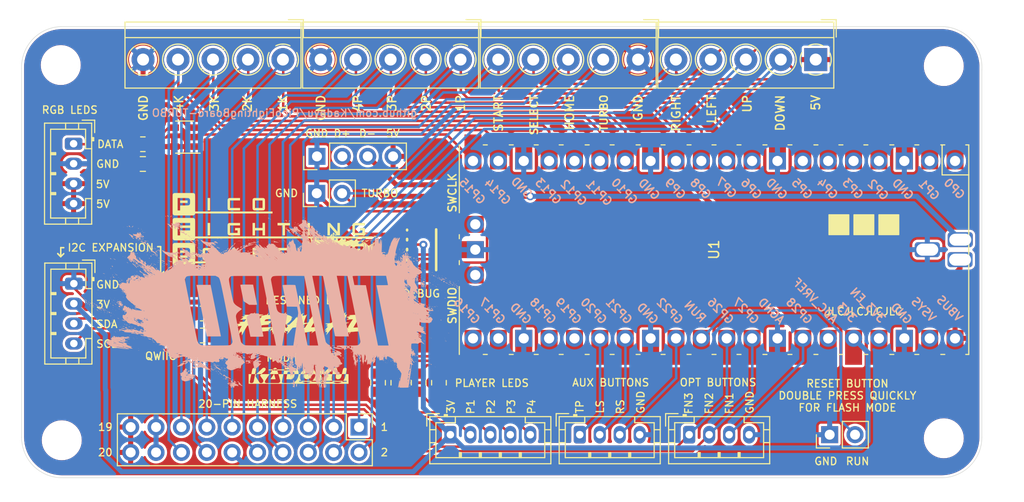
<source format=kicad_pcb>
(kicad_pcb (version 20211014) (generator pcbnew)
  (title_block (title "Pico Fighting Board TURBO") (date "2023-02-08"))
  (layers (0 "F.Cu" signal) (31 "B.Cu" signal) (34 "B.Paste" user) (35 "F.Paste" user) (36 "B.SilkS" user "B.Silkscreen") (37 "F.SilkS" user "F.Silkscreen") (38 "B.Mask" user) (39 "F.Mask" user) (44 "Edge.Cuts" user))
  (net 0 "")
  (net 2 "/GND")
  (net 3 "/5V")
  (net 4 "/UP")
  (net 5 "/DOWN")
  (net 6 "/RIGHT")
  (net 7 "/LEFT")
  (net 8 "/SELECT")
  (net 9 "/HOME")
  (net 10 "/START")
  (net 11 "/1P")
  (net 12 "/2P")
  (net 13 "/3P")
  (net 14 "/4P")
  (net 15 "/1K")
  (net 16 "/2K")
  (net 17 "/3K")
  (net 18 "/4K")
  (net 19 "/3V3")
  (net 20 "/TP")
  (net 21 "/LSB")
  (net 22 "/RSB")
  (net 23 "/SDA")
  (net 24 "/SCL")
  (net 25 "/PLED1")
  (net 26 "/PLED2")
  (net 27 "/PLED3")
  (net 28 "/PLED4")
  (net 29 "/RUN")
  (net 30 "/RGB")
  (net 31 "/RGB_DATA_5V")
  (net 32 "/SWDIO")
  (net 33 "/SWCLK")
  (net 34 "Net-(J1-Pad1)")
  (net 35 "Net-(J3-Pad2)")
  (net 36 "Net-(J3-Pad3)")
  (net 37 "Net-(J3-Pad4)")
  (net 38 "Net-(J3-Pad5)")
  (net 39 "/TURBO")
  (net 40 "/D+")
  (net 41 "/D-")
  (footprint "Resistor_SMD:R_0805_2012Metric" (layer "F.Cu") (at 143.129 114.935 -90)
    (fp_text reference "R3" hide)
    (fp_text value "330" hide)
  )
  (footprint "Resistor_SMD:R_0805_2012Metric" (layer "F.Cu") (at 145.161 114.935 -90)
    (fp_text reference "R4" hide)
    (fp_text value "330" hide)
  )
  (footprint "Resistor_SMD:R_0805_2012Metric" (layer "F.Cu") (at 139.065 114.935 -90)
    (fp_text reference "R1" hide)
    (fp_text value "330" hide)
  )
  (footprint "Resistor_SMD:R_0805_2012Metric" (layer "F.Cu") (at 141.097 114.935 -90)
    (fp_text reference "R2" hide)
    (fp_text value "330" hide)
  )
  (footprint "Resistor_SMD:R_0805_2012Metric" (layer "F.Cu") (at 115.5192 91.0336 180)
    (fp_text reference "R5" hide)
    (fp_text value "330")
  )
  (footprint "Connector_PinHeader_2.54mm:PinHeader_1x02_P2.54mm_Vertical" (layer "F.Cu") (at 184.277 120.142 90)
    (fp_text reference "J10" hide)
    (fp_text value "Conn_01x02_Male")
  )
  (footprint "Package_TO_SOT_SMD:SOT-23-5" (layer "F.Cu") (at 119.7 90.3224 180)
    (fp_text reference "U2" hide)
    (fp_text value "SN74LV1T34DBV" hide)
  )
  (footprint "Capacitor_SMD:C_0805_2012Metric" (layer "F.Cu") (at 115.5192 93.0148)
    (fp_text reference "C1" hide)
    (fp_text value "0.1uF")
  )
  (footprint "Resistor_SMD:R_0805_2012Metric" (layer "F.Cu") (at 121.5 110.2 180)
    (fp_text reference "R6" hide)
    (fp_text value "4.7k")
  )
  (footprint "Resistor_SMD:R_0805_2012Metric" (layer "F.Cu") (at 121.5 108 180)
    (fp_text reference "R7" hide)
    (fp_text value "4.7k")
  )
  (footprint "Connector_PinHeader_2.54mm:PinHeader_2x10_P2.54mm_Vertical" (layer "F.Cu") (at 137.16 119.38 -90)
    (fp_text reference "J2" hide)
    (fp_text value "Conn_02x10_Odd_Even" hide)
  )
  (footprint "Connector_JST:JST_PH_B4B-PH-K_1x04_P2.00mm_Vertical" (layer "F.Cu") (at 108.585 90.9828 -90)
    (fp_text reference "J1" hide)
    (fp_text value "Conn_01x04_Male")
  )
  (footprint "Connector_JST:JST_PH_B5B-PH-K_1x05_P2.00mm_Vertical" (layer "F.Cu") (at 146.304 120.142)
    (fp_text reference "J3" hide)
    (fp_text value "Conn_01x05_Male")
  )
  (footprint "Connector_JST:JST_PH_B4B-PH-K_1x04_P2.00mm_Vertical" (layer "F.Cu") (at 159.258 120.142)
    (fp_text reference "J4" hide)
    (fp_text value "Conn_01x04_Male")
  )
  (footprint "TerminalBlock_MetzConnect:TerminalBlock_MetzConnect_Type059_RT06305HBWC_1x05_P3.50mm_Horizontal" (layer "F.Cu") (at 129.54 82.55 180)
    (fp_text reference "J5" hide)
    (fp_text value "ST01x05")
  )
  (footprint "TerminalBlock_MetzConnect:TerminalBlock_MetzConnect_Type059_RT06305HBWC_1x05_P3.50mm_Horizontal" (layer "F.Cu") (at 147.32 82.55 180)
    (fp_text reference "J6" hide)
    (fp_text value "ST01x05")
  )
  (footprint "TerminalBlock_MetzConnect:TerminalBlock_MetzConnect_Type059_RT06305HBWC_1x05_P3.50mm_Horizontal" (layer "F.Cu") (at 165.1 82.55 180)
    (fp_text reference "J7" hide)
    (fp_text value "ST01x05")
  )
  (footprint "TerminalBlock_MetzConnect:TerminalBlock_MetzConnect_Type059_RT06305HBWC_1x05_P3.50mm_Horizontal" (layer "F.Cu") (at 182.88 82.55 180)
    (fp_text reference "J8" hide)
    (fp_text value "ST01x05")
  )
  (footprint "Connector_JST:JST_PH_B4B-PH-K_1x04_P2.00mm_Vertical" (layer "F.Cu") (at 170.212 120.142)
    (fp_text reference "J11" hide)
    (fp_text value "Conn_01x04_Male")
  )
  (footprint "Connector_JST:JST_PH_B4B-PH-K_1x04_P2.00mm_Vertical" (layer "F.Cu") (at 108.6104 105.0036 -90)
    (fp_text reference "J12" hide)
    (fp_text value "Conn_01x04_Male")
  )
  (footprint "MountingHole:MountingHole_3.5mm" (layer "F.Cu") (at 107.3 83.1)
    (fp_text reference "H1")
    (fp_text value "MountingHole")
  )
  (footprint "MountingHole:MountingHole_3.5mm" (layer "F.Cu") (at 107.4 120.7)
    (fp_text reference "H3")
    (fp_text value "MountingHole")
  )
  (footprint "MountingHole:MountingHole_3.5mm" (layer "F.Cu") (at 195.7 120.5)
    (fp_text reference "H4")
    (fp_text value "MountingHole")
  )
  (footprint "MountingHole:MountingHole_3.5mm" (layer "F.Cu") (at 195.7 83.2)
    (fp_text reference "H2")
    (fp_text value "MountingHole")
  )
  (footprint "FeralAI:BOOM_SH_C145961_1x04_P1.00mm_Vertical" (layer "F.Cu") (at 116.332 108.0008 90)
    (fp_text reference "J9" hide)
    (fp_text value "Conn_01x04_Male" hide)
  )
  (footprint "FeralAI:BOOM_SH_C145961_1x04_P1.00mm_Vertical" (layer "F.Cu") (at 142.5575 101.6 90)
    (fp_text reference "J13" hide)
    (fp_text value "Conn_01x04_Male" hide)
  )
  (footprint "FeralAI:FeralAI" (layer "F.Cu") (at 131.5 108.98)
    (fp_text reference "G***" hide)
    (fp_text value "LOGO" hide)
  )
  (footprint "Raspberry_Pico:RPi_Pico_SMD_TH_TP" (layer "F.Cu") (at 172.7 101.6 -90)
    (fp_text reference "U1")
    (fp_text value "Pico")
  )
  (footprint "Connector_PinHeader_2.54mm:PinHeader_1x04_P2.54mm_Vertical" (layer "F.Cu") (at 132.95 92.25 90)
    (fp_text reference "J15" hide)
    (fp_text value "Conn_01x04_Male")
  )
  (footprint "LOGO" (layer "F.Cu") (at 128.5 99.546645)
    (fp_text reference "G***" hide)
    (fp_text value "LOGO" hide)
  )
  (footprint "Connector_PinHeader_2.54mm:PinHeader_1x02_P2.54mm_Vertical" (layer "F.Cu") (at 132.925 95.95 90)
    (fp_text reference "J14" hide)
    (fp_text value "Conn_01x02_Male")
  )
  (footprint "Icon:KADOYU" (layer "F.Cu") (at 131.105773 114.175099)
    (fp_text reference "G***" hide)
    (fp_text value "LOGO" hide)
  )
  (footprint "LOGO" (layer "B.Cu") (at 128.5 106.787338 180)
    (fp_text reference "G***" hide)
    (fp_text value "LOGO" hide)
  )
  (gr_line (start 107 102) (end 107.3 102.3) (layer "F.SilkS") (width 0.15))
  (gr_line (start 117 103.8) (end 117.3 104.2) (layer "F.SilkS") (width 0.15))
  (gr_line (start 117.6 103.8) (end 117.3 104.2) (layer "F.SilkS") (width 0.15))
  (gr_line (start 107.6 101.4) (end 107.3 101.4) (layer "F.SilkS") (width 0.15))
  (gr_line (start 117.3 101.3) (end 117.3 104.2) (layer "F.SilkS") (width 0.15))
  (gr_rect (start 184.2 98.1) (end 186.2 100.1) (layer "F.SilkS") (width 0.1) (fill solid))
  (gr_line (start 107.3 102.3) (end 107 102) (layer "F.SilkS") (width 0.15))
  (gr_line (start 117 101.3) (end 117.3 101.3) (layer "F.SilkS") (width 0.15))
  (gr_line (start 117.3 104.2) (end 117 103.8) (layer "F.SilkS") (width 0.15))
  (gr_line (start 107.3 102.3) (end 107.6 102) (layer "F.SilkS") (width 0.15))
  (gr_rect (start 186.7 98.1) (end 188.7 100.1) (layer "F.SilkS") (width 0.1) (fill solid))
  (gr_line (start 107.3 101.4) (end 107.3 102.3) (layer "F.SilkS") (width 0.15))
  (gr_rect (start 189.2 98.1) (end 191.2 100.1) (layer "F.SilkS") (width 0.1) (fill solid))
  (gr_arc (start 107.442 124.46) (mid 104.568318 123.269682) (end 103.378 120.396) (layer "Edge.Cuts") (width 0.05))
  (gr_line (start 103.378 120.396) (end 103.378 83.439) (layer "Edge.Cuts") (width 0.05))
  (gr_line (start 195.453 124.46) (end 107.442 124.46) (layer "Edge.Cuts") (width 0.05))
  (gr_line (start 107.315 79.248) (end 195.707 79.248) (layer "Edge.Cuts") (width 0.05))
  (gr_arc (start 103.378 83.439) (mid 104.478515 80.528121) (end 107.315 79.248) (layer "Edge.Cuts") (width 0.05))
  (gr_arc (start 195.707 79.248) (mid 198.506287 80.617923) (end 199.517 83.566) (layer "Edge.Cuts") (width 0.05))
  (gr_line (start 199.517 83.566) (end 199.517 120.396) (layer "Edge.Cuts") (width 0.05))
  (gr_arc (start 199.517 120.396) (mid 198.326682 123.269682) (end 195.453 124.46) (layer "Edge.Cuts") (width 0.05))
  (gr_text "github.com/Kadoyu/PicoFightingBoard-TURBO" (at 129.7 87.9) (layer "B.SilkS") (effects (font (size 0.75 0.75) (thickness 0.125)) (justify mirror)))
  (gr_text "1" (at 139.7 119.38) (layer "F.SilkS") (effects (font (size 0.75 0.75) (thickness 0.125))))
  (gr_text "2" (at 139.7 121.92) (layer "F.SilkS") (effects (font (size 0.75 0.75) (thickness 0.125))))
  (gr_text "20" (at 111.76 121.92) (layer "F.SilkS") (effects (font (size 0.75 0.75) (thickness 0.125))))
  (gr_text "19" (at 111.76 119.38) (layer "F.SilkS") (effects (font (size 0.75 0.75) (thickness 0.125))))
  (gr_text "START" (at 151.13 87.9475 90) (layer "F.SilkS") (effects (font (size 0.85 0.85))))
  (gr_text "GND" (at 183.896 122.809) (layer "F.SilkS") (effects (font (size 0.75 0.75) (thickness 0.125))))
  (gr_text "SELECT" (at 154.686 88.105833 90) (layer "F.SilkS") (effects (font (size 0.75 0.75))))
  (gr_text "SDA" (at 111.917857 109.0676) (layer "F.SilkS") (effects (font (size 0.75 0.75) (thickness 0.125))))
  (gr_text "I2C EXPANSION" (at 112.3 101.4) (layer "F.SilkS") (effects (font (size 0.75 0.75) (thickness 0.125))))
  (gr_text "UP" (at 176.022 86.976071 90) (layer "F.SilkS") (effects (font (size 0.85 0.85))))
  (gr_text "DOWN" (at 179.324 87.907024 90) (layer "F.SilkS") (effects (font (size 0.85 0.85))))
  (gr_text "4P" (at 137.033 86.935595 90) (layer "F.SilkS") (effects (font (size 0.85 0.85))))
  (gr_text "3V" (at 111.542857 107.0864) (layer "F.SilkS") (effects (font (size 0.75 0.75) (thickness 0.125))))
  (gr_text "3V" (at 146.3548 117.3445 90) (layer "F.SilkS") (effects (font (size 0.75 0.75) (thickness 0.125))))
  (gr_text "FN2" (at 172.212 117.0016 90) (layer "F.SilkS") (effects (font (size 0.75 0.75) (thickness 0.125))))
  (gr_text "GND" (at 165.354 116.8873 90) (layer "F.SilkS") (effects (font (size 0.75 0.75) (thickness 0.125))))
  (gr_text "5V" (at 111.524543 97.028) (layer "F.SilkS") (effects (font (size 0.75 0.75) (thickness 0.125))))
  (gr_text "GND" (at 129.9 95.95) (layer "F.SilkS") (effects (font (size 0.75 0.75) (thickness 0.125))))
  (gr_text "SCL" (at 111.9 111.0488) (layer "F.SilkS") (effects (font (size 0.75 0.75) (thickness 0.125))))
  (gr_text "P3" (at 152.4 117.3445 90) (layer "F.SilkS") (effects (font (size 0.75 0.75) (thickness 0.125))))
  (gr_text "PLAYER LEDS" (at 150.4569 114.9731) (layer "F.SilkS") (effects (font (size 0.75 0.75) (thickness 0.125))))
  (gr_text "GND" (at 165.1 87.401071 90) (layer "F.SilkS") (effects (font (size 0.85 0.85))))
  (gr_text "RS" (at 163.322 117.3445 90) (layer "F.SilkS") (effects (font (size 0.75 0.75) (thickness 0.125))))
  (gr_text "1K" (at 129.54 86.935595 90) (layer "F.SilkS") (effects (font (size 0.85 0.85))))
  (gr_text "20-PIN HARNESS" (at 126.0221 117.0559) (layer "F.SilkS") (effects (font (size 0.75 0.75) (thickness 0.125))))
  (gr_text "DEBUG" (at 143.4 106) (layer "F.SilkS") (effects (font (size 0.75 0.75) (thickness 0.125))))
  (gr_text "GND" (at 133.35 87.401071 90) (layer "F.SilkS") (effects (font (size 0.85 0.85))))
  (gr_text "FN3" (at 170.1673 117.0016 90) (layer "F.SilkS") (effects (font (size 0.75 0.75) (thickness 0.125))))
  (gr_text "RUN" (at 187.071 122.809) (layer "F.SilkS") (effects (font (size 0.75 0.75) (thickness 0.125))))
  (gr_text "TP" (at 159.258 117.3445 90) (layer "F.SilkS") (effects (font (size 0.75 0.75) (thickness 0.125))))
  (gr_text "LS" (at 161.29 117.3445 90) (layer "F.SilkS") (effects (font (size 0.75 0.75) (thickness 0.125))))
  (gr_text "RIGHT" (at 168.91 87.927262 90) (layer "F.SilkS") (effects (font (size 0.85 0.85))))
  (gr_text "RGB LEDS" (at 108.2 87.6) (layer "F.SilkS") (effects (font (size 0.75 0.75) (thickness 0.125))))
  (gr_text "P1" (at 148.336 117.3445 90) (layer "F.SilkS") (effects (font (size 0.75 0.75) (thickness 0.125))))
  (gr_text "GND" (at 112.007143 105.1052) (layer "F.SilkS") (effects (font (size 0.75 0.75) (thickness 0.125))))
  (gr_text "LEFT" (at 172.466 87.5225 90) (layer "F.SilkS") (effects (font (size 0.85 0.85))))
  (gr_text "TURBO" (at 161.671 87.9 90) (layer "F.SilkS") (effects (font (size 0.75 0.75))))
  (gr_text "3P" (at 140.462 86.935595 90) (layer "F.SilkS") (effects (font (size 0.85 0.85))))
  (gr_text "P2" (at 150.368 117.3445 90) (layer "F.SilkS") (effects (font (size 0.75 0.75) (thickness 0.125))))
  (gr_text "GND" (at 176.276 116.9 90) (layer "F.SilkS") (effects (font (size 0.75 0.75) (thickness 0.125))))
  (gr_text "RESET BUTTON\nDOUBLE PRESS QUICKLY\nFOR FLASH MODE" (at 186.055 116.2304) (layer "F.SilkS") (effects (font (size 0.75 0.75) (thickness 0.125))))
  (gr_text "MODIFIED BY" (at 131.453591 112.436684) (layer "F.SilkS") (effects (font (size 0.75 0.75) (thickness 0.125))))
  (gr_text "HOME" (at 158.242 87.866548 90) (layer "F.SilkS") (effects (font (size 0.85 0.85))))
  (gr_text "3K" (at 122.682 86.935595 90) (layer "F.SilkS") (effects (font (size 0.85 0.85))))
  (gr_text "2K" (at 125.984 86.935595 90) (layer "F.SilkS") (effects (font (size 0.85 0.85))))
  (gr_text "DESIGNED BY" (at 131.502522 106.68) (layer "F.SilkS") (effects (font (size 0.75 0.75) (thickness 0.125))))
  (gr_text "GND" (at 112.007143 93.0148) (layer "F.SilkS") (effects (font (size 0.75 0.75) (thickness 0.125))))
  (gr_text "JLCJLCJLCJLC" (at 187.7 107.8) (layer "F.SilkS") (effects (font (size 0.75 0.75) (thickness 0.125))))
  (gr_text "QWIIC" (at 117.3 112.268) (layer "F.SilkS") (effects (font (size 0.75 0.75) (thickness 0.125))))
  (gr_text "GND" (at 115.57 87.401071 90) (layer "F.SilkS") (effects (font (size 0.85 0.85))))
  (gr_text "FN1" (at 174.244 117.0016 90) (layer "F.SilkS") (effects (font (size 0.75 0.75) (thickness 0.125))))
  (gr_text "\nDATA" (at 112.261143 90.424) (layer "F.SilkS") (effects (font (size 0.75 0.75) (thickness 0.125))))
  (gr_text "AUX BUTTONS" (at 162.3568 114.9223) (layer "F.SilkS") (effects (font (size 0.75 0.75) (thickness 0.125))))
  (gr_text "P4" (at 154.432 117.3445 90) (layer "F.SilkS") (effects (font (size 0.75 0.75) (thickness 0.125))))
  (gr_text "OPT BUTTONS" (at 173.101 114.9096) (layer "F.SilkS") (effects (font (size 0.75 0.75) (thickness 0.125))))
  (gr_text "TURBO" (at 139.25 95.95) (layer "F.SilkS") (effects (font (size 0.75 0.75) (thickness 0.125))))
  (gr_text "1P" (at 147.32 86.935595 90) (layer "F.SilkS") (effects (font (size 0.85 0.85))))
  (gr_text "5V" (at 111.499143 95.0468) (layer "F.SilkS") (effects (font (size 0.75 0.75) (thickness 0.125))))
  (gr_text "4K" (at 119.126 86.935595 90) (layer "F.SilkS") (effects (font (size 0.85 0.85))))
  (gr_text "5V" (at 182.88 86.874881 90) (layer "F.SilkS") (effects (font (size 0.85 0.85))))
  (gr_text "2P" (at 143.891 86.935595 90) (layer "F.SilkS") (effects (font (size 0.85 0.85))))
  (segment (start 141.6335 100.093) (end 141.7755 100.235) (width 0.25) (layer "F.Cu") (net 2))
  (segment (start 132.925 95.95) (end 137.068 100.093) (width 0.4) (layer "F.Cu") (net 2))
  (segment (start 143.935 100.235) (end 145.3 101.6) (width 0.25) (layer "F.Cu") (net 2))
  (segment (start 120.8 89.3724) (end 120.2768 89.3724) (width 0.5) (layer "F.Cu") (net 2))
  (segment (start 115.54 82.55) (end 115.54 87.074) (width 0.5) (layer "F.Cu") (net 2))
  (segment (start 114.5692 93.0148) (end 108.617 93.0148) (width 0.5) (layer "F.Cu") (net 2))
  (segment (start 109.690761 106.5008) (end 108.6104 105.420439) (width 0.25) (layer "F.Cu") (net 2))
  (segment (start 108.6104 105.420439) (end 108.6104 105.0036) (width 0.25) (layer "F.Cu") (net 2))
  (segment (start 120.2768 89.3724) (end 117.9784 87.074) (width 0.5) (layer "F.Cu") (net 2))
  (segment (start 109.690761 106.5008) (end 115.401 106.5008) (width 0.25) (layer "F.Cu") (net 2))
  (segment (start 108.617 93.0148) (end 108.585 92.9828) (width 0.5) (layer "F.Cu") (net 2))
  (segment (start 137.068 100.093) (end 141.6335 100.093) (width 0.4) (layer "F.Cu") (net 2))
  (segment (start 141.7755 100.235) (end 143.935 100.235) (width 0.25) (layer "F.Cu") (net 2))
  (segment (start 115.54 87.074) (end 117.9784 87.074) (width 0.5) (layer "F.Cu") (net 2))
  (segment (start 145.3 101.6) (end 148.8 101.6) (width 0.25) (layer "F.Cu") (net 2))
  (segment (start 115.401 106.5008) (end 115.408 106.4938) (width 0.25) (layer "F.Cu") (net 2))
  (segment (start 124.46 121.92) (end 125.5268 122.9868) (width 0.5) (layer "B.Cu") (net 2))
  (segment (start 194.31 92.71) (end 194.31 89.8652) (width 0.25) (layer "F.Cu") (net 4))
  (segment (start 177.6072 80.8228) (end 175.88 82.55) (width 0.25) (layer "F.Cu") (net 4))
  (segment (start 185.2676 80.8228) (end 177.6072 80.8228) (width 0.25) (layer "F.Cu") (net 4))
  (segment (start 194.31 89.8652) (end 185.2676 80.8228) (width 0.25) (layer "F.Cu") (net 4))
  (segment (start 169.418 88.9508) (end 149.1992 88.9508) (width 0.25) (layer "B.Cu") (net 4))
  (segment (start 175.8188 82.55) (end 169.418 88.9508) (width 0.25) (layer "B.Cu") (net 4))
  (segment (start 175.91 82.55) (end 175.8188 82.55) (width 0.25) (layer "B.Cu") (net 4))
  (segment (start 137.16 100.99) (end 137.16 119.38) (width 0.25) (layer "B.Cu") (net 4))
  (segment (start 149.1992 88.9508) (end 137.16 100.99) (width 0.25) (layer "B.Cu") (net 4))
  (segment (start 179.38 82.55) (end 179.70641 82.55) (width 0.25) (layer "F.Cu") (net 5))
  (segment (start 181.48441 84.328) (end 183.6928 84.328) (width 0.25) (layer "F.Cu") (net 5))
  (segment (start 189.23 89.8652) (end 189.23 92.71) (width 0.25) (layer "F.Cu") (net 5))
  (segment (start 179.70641 82.55) (end 181.48441 84.328) (width 0.25) (layer "F.Cu") (net 5))
  (segment (start 183.6928 84.328) (end 189.23 89.8652) (width 0.25) (layer "F.Cu") (net 5))
  (segment (start 179.41 82.55) (end 179.6288 82.55) (width 0.25) (layer "F.Cu") (net 5))
  (segment (start 179.41 82.55) (end 179.41 82.6164) (width 0.25) (layer "B.Cu") (net 5))
  (segment (start 172.5168 89.5096) (end 149.6904 89.5096) (width 0.25) (layer "B.Cu") (net 5))
  (segment (start 149.6904 89.5096) (end 138.45 100.75) (width 0.25) (layer "B.Cu") (net 5))
  (segment (start 138.45 100.75) (end 138.45 120.63) (width 0.25) (layer "B.Cu") (net 5))
  (segment (start 138.45 120.63) (end 137.16 121.92) (width 0.25) (layer "B.Cu") (net 5))
  (segment (start 179.41 82.6164) (end 172.5168 89.5096) (width 0.25) (layer "B.Cu") (net 5))
  (segment (start 168.91 83.877998) (end 169.563202 84.5312) (width 0.25) (layer "F.Cu") (net 6))
  (segment (start 169.563202 84.5312) (end 180.2892 84.5312) (width 0.25) (layer "F.Cu") (net 6))
  (segment (start 186.69 89.662) (end 181.864 84.836) (width 0.25) (layer "F.Cu") (net 6))
  (segment (start 186.69 92.71) (end 186.69 89.662) (width 0.25) (layer "F.Cu") (net 6))
  (segment (start 180.2892 84.5312) (end 180.6956 84.5312) (width 0.25) (layer "F.Cu") (net 6))
  (segment (start 181.864 84.836) (end 181.0004 84.836) (width 0.25) (layer "F.Cu") (net 6))
  (segment (start 181.0004 84.836) (end 180.6956 84.5312) (width 0.25) (layer "F.Cu") (net 6))
  (segment (start 168.91 82.55) (end 168.91 83.877998) (width 0.25) (layer "F.Cu") (net 6))
  (segment (start 148.266 87.884) (end 134.62 101.53) (width 0.25) (layer "B.Cu") (net 6))
  (segment (start 168.91 82.7024) (end 163.7284 87.884) (width 0.25) (layer "B.Cu") (net 6))
  (segment (start 163.7284 87.884) (end 148.266 87.884) (width 0.25) (layer "B.Cu") (net 6))
  (segment (start 134.62 101.53) (end 134.62 119.38) (width 0.25) (layer "B.Cu") (net 6))
  (segment (start 168.91 82.55) (end 168.91 82.7024) (width 0.25) (layer "B.Cu") (net 6))
  (segment (start 196.85 92.71) (end 196.85 89.7128) (width 0.25) (layer "F.Cu") (net 7))
  (segment (start 174.55721 80.37279) (end 172.38 82.55) (width 0.25) (layer "F.Cu") (net 7))
  (segment (start 196.85 89.7128) (end 187.50999 80.37279) (width 0.25) (layer "F.Cu") (net 7))
  (segment (start 187.50999 80.37279) (end 174.55721 80.37279) (width 0.25) (layer "F.Cu") (net 7))
  (segment (start 148.758 88.392) (end 135.795 101.355) (width 0.25) (layer "B.Cu") (net 7))
  (segment (start 135.795 120.745) (end 134.62 121.92) (width 0.25) (layer "B.Cu") (net 7))
  (segment (start 172.41 82.55) (end 172.41 82.5552) (width 0.25) (layer "B.Cu") (net 7))
  (segment (start 166.5732 88.392) (end 148.758 88.392) (width 0.25) (layer "B.Cu") (net 7))
  (segment (start 172.41 82.5552) (end 166.5732 88.392) (width 0.25) (layer "B.Cu") (net 7))
  (segment (start 135.795 101.355) (end 135.795 120.745) (width 0.25) (layer "B.Cu") (net 7))
  (segment (start 181.61 89.7128) (end 177.3936 85.4964) (width 0.25) (layer "F.Cu") (net 8))
  (segment (start 154.63 84.939598) (end 154.63 82.55) (width 0.25) (layer "F.Cu") (net 8))
  (segment (start 177.3936 85.4964) (end 155.186802 85.4964) (width 0.25) (layer "F.Cu") (net 8))
  (segment (start 155.186802 85.4964) (end 154.63 84.939598) (width 0.25) (layer "F.Cu") (net 8))
  (segment (start 181.61 92.71) (end 181.61 89.7128) (width 0.25) (layer "F.Cu") (net 8))
  (segment (start 145.916 86.534) (end 150.616 86.534) (width 0.25) (layer "B.Cu") (net 8))
  (segment (start 143.15 89.3) (end 145.916 86.534) (width 0.25) (layer "B.Cu") (net 8))
  (segment (start 132.08 101.13) (end 130.265 99.315) (width 0.25) (layer "B.Cu") (net 8))
  (segment (start 132.1 89.3) (end 143.15 89.3) (width 0.25) (layer "B.Cu") (net 8))
  (segment (start 132.08 119.38) (end 132.08 101.13) (width 0.25) (layer "B.Cu") (net 8))
  (segment (start 130.265 99.315) (end 130.265 91.135) (width 0.25) (layer "B.Cu") (net 8))
  (segment (start 150.616 86.534) (end 154.6 82.55) (width 0.25) (layer "B.Cu") (net 8))
  (segment (start 130.265 91.135) (end 132.1 89.3) (width 0.25) (layer "B.Cu") (net 8))
  (segment (start 184.15 89.7128) (end 179.4256 84.9884) (width 0.25) (layer "F.Cu") (net 9))
  (segment (start 179.4256 84.9884) (end 158.692002 84.9884) (width 0.25) (layer "F.Cu") (net 9))
  (segment (start 158.13 84.426398) (end 158.13 82.55) (width 0.25) (layer "F.Cu") (net 9))
  (segment (start 158.692002 84.9884) (end 158.13 84.426398) (width 0.25) (layer "F.Cu") (net 9))
  (segment (start 184.15 92.71) (end 184.15 89.7128) (width 0.25) (layer "F.Cu") (net 9))
  (segment (start 153.666 86.984) (end 158.1 82.55) (width 0.25) (layer "B.Cu") (net 9))
  (segment (start 143.4 90) (end 146.416 86.984) (width 0.25) (layer "B.Cu") (net 9))
  (segment (start 133.3 100.75) (end 131.6 99.05) (width 0.25) (layer "B.Cu") (net 9))
  (segment (start 132.08 121.92) (end 133.3 120.7) (width 0.25) (layer "B.Cu") (net 9))
  (segment (start 132.4 90) (end 143.4 90) (width 0.25) (layer "B.Cu") (net 9))
  (segment (start 133.3 120.7) (end 133.3 100.75) (width 0.25) (layer "B.Cu") (net 9))
  (segment (start 146.416 86.984) (end 153.666 86.984) (width 0.25) (layer "B.Cu") (net 9))
  (segment (start 131.6 99.05) (end 131.6 90.8) (width 0.25) (layer "B.Cu") (net 9))
  (segment (start 131.6 90.8) (end 132.4 90) (width 0.25) (layer "B.Cu") (net 9))
  (segment (start 151.13 85.655998) (end 151.13 82.55) (width 0.25) (layer "F.Cu") (net 10))
  (segment (start 176.53 89.7128) (end 172.7708 85.9536) (width 0.25) (layer "F.Cu") (net 10))
  (segment (start 151.427602 85.9536) (end 151.13 85.655998) (width 0.25) (layer "F.Cu") (net 10))
  (segment (start 176.53 92.71) (end 176.53 89.7128) (width 0.25) (layer "F.Cu") (net 10))
  (segment (start 172.7708 85.9536) (end 151.427602 85.9536) (width 0.25) (layer "F.Cu") (net 10))
  (segment (start 129.54 90.81) (end 131.7 88.65) (width 0.25) (layer "B.Cu") (net 10))
  (segment (start 147.8 85.85) (end 151.1 82.55) (width 0.25) (layer "B.Cu") (net 10))
  (segment (start 131.7 88.65) (end 142.8 88.65) (width 0.25) (layer "B.Cu") (net 10))
  (segment (start 142.8 88.65) (end 145.6 85.85) (width 0.25) (layer "B.Cu") (net 10))
  (segment (start 129.54 119.38) (end 129.54 90.81) (width 0.25) (layer "B.Cu") (net 10))
  (segment (start 145.6 85.85) (end 147.8 85.85) (width 0.25) (layer "B.Cu") (net 10))
  (segment (start 147.35 85.736798) (end 147.35 82.55) (width 0.25) (layer "F.Cu") (net 11))
  (segment (start 170.7388 86.4108) (end 148.024002 86.4108) (width 0.25) (layer "F.Cu") (net 11))
  (segment (start 148.024002 86.4108) (end 147.35 85.736798) (width 0.25) (layer "F.Cu") (net 11))
  (segment (start 173.99 89.662) (end 170.7388 86.4108) (width 0.25) (layer "F.Cu") (net 11))
  (segment (start 173.99 92.71) (end 173.99 89.662) (width 0.25) (layer "F.Cu") (net 11))
  (segment (start 147.32 82.55) (end 141.87 88) (width 0.25) (layer "B.Cu") (net 11))
  (segment (start 141.87 88) (end 131.25 88) (width 0.25) (layer "B.Cu") (net 11))
  (segment (start 128.2 120.58) (end 129.54 121.92) (width 0.25) (layer "B.Cu") (net 11))
  (segment (start 128.2 91.05) (end 128.2 120.58) (width 0.25) (layer "B.Cu") (net 11))
  (segment (start 131.25 88) (end 128.2 91.05) (width 0.25) (layer "B.Cu") (net 11))
  (segment (start 143.85 86.2936) (end 143.85 82.55) (width 0.25) (layer "F.Cu") (net 12))
  (segment (start 171.45 89.7128) (end 168.6052 86.868) (width 0.25) (layer "F.Cu") (net 12))
  (segment (start 144.4244 86.868) (end 143.85 86.2936) (width 0.25) (layer "F.Cu") (net 12))
  (segment (start 171.45 92.71) (end 171.45 89.7128) (width 0.25) (layer "F.Cu") (net 12))
  (segment (start 168.6052 86.868) (end 144.4244 86.868) (width 0.25) (layer "F.Cu") (net 12))
  (segment (start 130.8 87.4) (end 138.97 87.4) (width 0.25) (layer "B.Cu") (net 12))
  (segment (start 138.97 87.4) (end 143.82 82.55) (width 0.25) (layer "B.Cu") (net 12))
  (segment (start 127 119.38) (end 127 91.2) (width 0.25) (layer "B.Cu") (net 12))
  (segment (start 127 91.2) (end 130.8 87.4) (width 0.25) (layer "B.Cu") (net 12))
  (segment (start 140.35 86.915598) (end 140.759602 87.3252) (width 0.25) (layer "F.Cu") (net 13))
  (segment (start 168.91 89.7128) (end 166.5224 87.3252) (width 0.25) (layer "F.Cu") (net 13))
  (segment (start 140.35 82.55) (end 140.35 86.915598) (width 0.25) (layer "F.Cu") (net 13))
  (segment (start 166.5224 87.3252) (end 165.2524 87.3252) (width 0.25) (layer "F.Cu") (net 13))
  (segment (start 168.91 92.71) (end 168.91 89.7128) (width 0.25) (layer "F.Cu") (net 13))
  (segment (start 140.759602 87.3252) (end 165.2524 87.3252) (width 0.25) (layer "F.Cu") (net 13))
  (segment (start 125.635 91.465) (end 125.635 120.555) (width 0.25) (layer "B.Cu") (net 13))
  (segment (start 136.12 86.75) (end 130.35 86.75) (width 0.25) (layer "B.Cu") (net 13))
  (segment (start 130.35 86.75) (end 125.635 91.465) (width 0.25) (layer "B.Cu") (net 13))
  (segment (start 125.635 120.555) (end 127 121.92) (width 0.25) (layer "B.Cu") (net 13))
  (segment (start 140.32 82.55) (end 136.12 86.75) (width 0.25) (layer "B.Cu") (net 13))
  (segment (start 163.83 92.71) (end 163.83 89.7128) (width 0.25) (layer "F.Cu") (net 14))
  (segment (start 161.8996 87.7824) (end 137.610002 87.7824) (width 0.25) (layer "F.Cu") (net 14))
  (segment (start 163.83 89.7128) (end 161.8996 87.7824) (width 0.25) (layer "F.Cu") (net 14))
  (segment (start 137.610002 87.7824) (end 136.85 87.022398) (width 0.25) (layer "F.Cu") (net 14))
  (segment (start 136.85 87.022398) (end 136.85 82.55) (width 0.25) (layer "F.Cu") (net 14))
  (segment (start 133.22 86.15) (end 136.82 82.55) (width 0.25) (layer "B.Cu") (net 14))
  (segment (start 124.46 91.54) (end 129.85 86.15) (width 0.25) (layer "B.Cu") (net 14))
  (segment (start 124.46 119.38) (end 124.46 91.54) (width 0.25) (layer "B.Cu") (net 14))
  (segment (start 129.85 86.15) (end 133.22 86.15) (width 0.25) (layer "B.Cu") (net 14))
  (segment (start 129.57 87.5584) (end 130.2512 88.2396) (width 0.25) (layer "F.Cu") (net 15))
  (segment (start 129.57 82.55) (end 129.57 87.5584) (width 0.25) (layer "F.Cu") (net 15))
  (segment (start 161.29 89.7636) (end 159.766 88.2396) (width 0.25) (layer "F.Cu") (net 15))
  (segment (start 130.2512 88.2396) (end 158.5468 88.2396) (width 0.25) (layer "F.Cu") (net 15))
  (segment (start 159.766 88.2396) (end 158.5468 88.2396) (width 0.25) (layer "F.Cu") (net 15))
  (segment (start 161.29 92.71) (end 161.29 89.7636) (width 0.25) (layer "F.Cu") (net 15))
  (segment (start 129.57 82.774) (end 121.92 90.424) (width 0.25) (layer "B.Cu") (net 15))
  (segment (start 121.92 90.424) (end 121.92 119.38) (width 0.25) (layer "B.Cu") (net 15))
  (segment (start 129.57 82.55) (end 129.57 82.774) (width 0.25) (layer "B.Cu") (net 15))
  (segment (start 126.07 88.129598) (end 126.637202 88.6968) (width 0.25) (layer "F.Cu") (net 16))
  (segment (start 126.637202 88.6968) (end 157.6324 88.6968) (width 0.25) (layer "F.Cu") (net 16))
  (segment (start 157.6324 88.6968) (end 158.75 89.8144) (width 0.25) (layer "F.Cu") (net 16))
  (segment (start 158.75 89.8144) (end 158.75 92.71) (width 0.25) (layer "F.Cu") (net 16))
  (segment (start 126.07 82.55) (end 126.07 88.129598) (width 0.25) (layer "F.Cu") (net 16))
  (segment (start 126.07 82.6164) (end 120.65 88.0364) (width 0.25) (layer "B.Cu") (net 16))
  (segment (start 120.65 88.0364) (end 120.65 120.65) (width 0.25) (layer "B.Cu") (net 16))
  (segment (start 120.65 120.65) (end 121.92 121.92) (width 0.25) (layer "B.Cu") (net 16))
  (segment (start 126.07 82.55) (end 126.07 82.6164) (width 0.25) (layer "B.Cu") (net 16))
  (segment (start 122.57 82.55) (end 122.57 88.253202) (width 0.25) (layer "F.Cu") (net 17))
  (segment (start 122.57 88.253202) (end 123.470798 89.154) (width 0.25) (layer "F.Cu") (net 17))
  (segment (start 155.6004 89.154) (end 156.21 89.7636) (width 0.25) (layer "F.Cu") (net 17))
  (segment (start 156.21 89.7636) (end 156.21 92.71) (width 0.25) (layer "F.Cu") (net 17))
  (segment (start 123.470798 89.154) (end 155.6004 89.154) (width 0.25) (layer "F.Cu") (net 17))
  (segment (start 122.57 84.186) (end 119.38 87.376) (width 0.25) (layer "B.Cu") (net 17))
  (segment (start 122.57 82.58) (end 122.54 82.55) (width 0.25) (layer "B.Cu") (net 17))
  (segment (start 119.38 87.376) (end 119.38 119.38) (width 0.25) (layer "B.Cu") (net 17))
  (segment (start 122.57 84.186) (end 122.57 82.58) (width 0.25) (layer "B.Cu") (net 17))
  (segment (start 119.07 85.3896) (end 123.2916 89.6112) (width 0.25) (layer "F.Cu") (net 18))
  (segment (start 123.2916 89.6112) (end 149.7584 89.6112) (width 0.25) (layer "F.Cu") (net 18))
  (segment (start 149.7584 89.6112) (end 151.13 90.9828) (width 0.25) (layer "F.Cu") (net 18))
  (segment (start 151.13 90.9828) (end 151.13 92.71) (width 0.25) (layer "F.Cu") (net 18))
  (segment (start 119.07 82.55) (end 119.07 85.3896) (width 0.25) (layer "F.Cu") (net 18))
  (segment (start 119.07 82.55) (end 119.07 84.638) (width 0.25) (layer "B.Cu") (net 18))
  (segment (start 118.11 85.598) (end 118.11 120.65) (width 0.25) (layer "B.Cu") (net 18))
  (segment (start 119.07 84.638) (end 118.11 85.598) (width 0.25) (layer "B.Cu") (net 18))
  (segment (start 118.11 120.65) (end 119.38 121.92) (width 0.25) (layer "B.Cu") (net 18))
  (segment (start 108.6104 107.0036) (end 109.380375 107.0036) (width 0.5) (layer "F.Cu") (net 19))
  (segment (start 141.6335 101.093) (end 143.593 101.093) (width 0.25) (layer "F.Cu") (net 19))
  (segment (start 115.408 107.4938) (end 117.933598 107.4938) (width 0.5) (layer "F.Cu") (net 19))
  (segment (start 109.870575 107.4938) (end 115.408 107.4938) (width 0.5) (layer "F.Cu") (net 19))
  (segment (start 143.593 101.093) (end 143.6 101.1) (width 0.25) (layer "F.Cu") (net 19))
  (segment (start 117.933598 107.4938) (end 118.576918 106.85048) (width 0.5) (layer "F.Cu") (net 19))
  (segment (start 109.380375 107.0036) (end 109.870575 107.4938) (width 0.5) (layer "F.Cu") (net 19))
  (segment (start 122.4125 108) (end 122.4125 110.2) (width 0.5) (layer "F.Cu") (net 19))
  (segment (start 118.576918 106.85048) (end 121.26298 106.85048) (width 0.5) (layer "F.Cu") (net 19))
  (segment (start 121.26298 106.85048) (end 122.4125 108) (width 0.5) (layer "F.Cu") (net 19))
  (via (at 143.6 101.1) (size 0.8) (drill 0.4) (layers "F.Cu" "B.Cu") (net 19))
  (segment (start 188.117001 120.766001) (end 187.415992 121.46701) (width 0.5) (layer "B.Cu") (net 19))
  (segment (start 188.117001 111.917001) (end 188.117001 120.766001) (width 0.5) (layer "B.Cu") (net 19))
  (segment (start 147.62901 121.46701) (end 146.304 120.142) (width 0.5) (layer "B.Cu") (net 19))
  (segment (start 146.304 120.142) (end 143.6 117.438) (width 0.5) (layer "B.Cu") (net 19))
  (segment (start 111.76 115.6208) (end 111.76 110.1532) (width 0.5) (layer "B.Cu") (net 19))
  (segment (start 111.76 110.1532) (end 108.6104 107.0036) (width 0.5) (layer "B.Cu") (net 19))
  (segment (start 146.304 120.142) (end 143.225999 123.220001) (width 0.5) (layer "B.Cu") (net 19))
  (segment (start 113.3856 123.8504) (end 142.5956 123.8504) (width 0.5) (layer "B.Cu") (net 19))
  (segment (start 142.5956 123.8504) (end 143.225999 123.220001) (width 0.5) (layer "B.Cu") (net 19))
  (segment (start 186.69 110.49) (end 188.117001 111.917001) (width 0.5) (layer "B.Cu") (net 19))
  (segment (start 187.415992 121.46701) (end 147.62901 121.46701) (width 0.5) (layer "B.Cu") (net 19))
  (segment (start 143.6 117.438) (end 143.6 101.1) (width 0.5) (layer "B.Cu") (net 19))
  (segment (start 111.8108 122.2756) (end 113.3856 123.8504) (width 0.5) (layer "B.Cu") (net 19))
  (segment (start 111.8108 115.6716) (end 111.8108 122.2756) (width 0.5) (layer "B.Cu") (net 19))
  (segment (start 161.29 110.49) (end 161.29 118.11) (width 0.25) (layer "B.Cu") (net 20))
  (segment (start 161.29 118.11) (end 159.258 120.142) (width 0.25) (layer "B.Cu") (net 20))
  (segment (start 163.83 117.57) (end 161.258 120.142) (width 0.25) (layer "B.Cu") (net 21))
  (segment (start 163.83 110.49) (end 163.83 117.57) (width 0.25) (layer "B.Cu") (net 21))
  (segment (start 168.91 110.49) (end 168.91 114.49) (width 0.25) (layer "B.Cu") (net 22))
  (segment (start 168.91 114.49) (end 163.258 120.142) (width 0.25) (layer "B.Cu") (net 22))
  (segment (start 138.456401 117.754989) (end 138.456401 117.753991) (width 0.25) (layer "F.Cu") (net 23))
  (segment (start 137.84721 117.1448) (end 124.2568 117.1448) (width 0.25) (layer "F.Cu") (net 23))
  (segment (start 120.5875 108) (end 121.42452 108.83702) (width 0.25) (layer "F.Cu") (net 23))
  (segment (start 124.2568 117.1448) (end 124.24961 117.15199) (width 0.25) (layer "F.Cu") (net 23))
  (segment (start 121.42452 108.83702) (end 121.42452 114.3269) (width 0.25) (layer "F.Cu") (net 23))
  (segment (start 120.0937 108.4938) (end 120.5875 108) (width 0.25) (layer "F.Cu") (net 23))
  (segment (start 121.42452 114.3269) (end 124.24961 117.15199) (width 0.25) (layer "F.Cu") (net 23))
  (segment (start 108.6104 109.0036) (end 109.1202 108.4938) (width 0.25) (layer "F.Cu") (net 23))
  (segment (start 109.1132 108.5008) (end 108.6104 109.0036) (width 0.25) (layer "F.Cu") (net 23))
  (segment (start 109.1202 108.4938) (end 115.408 108.4938) (width 0.25) (layer "F.Cu") (net 23))
  (segment (start 115.408 108.4938) (end 120.0937 108.4938) (width 0.25) (layer "F.Cu") (net 23))
  (segment (start 170.212 120.142) (end 169.01199 121.34201) (width 0.25) (layer "F.Cu") (net 23))
  (segment (start 169.01199 121.34201) (end 142.043422 121.34201) (width 0.25) (layer "F.Cu") (net 23))
  (segment (start 142.043422 121.34201) (end 138.456401 117.754989) (width 0.25) (layer "F.Cu") (net 23))
  (segment (start 138.456401 117.753991) (end 137.84721 117.1448) (width 0.25) (layer "F.Cu") (net 23))
  (segment (start 173.99 110.49) (end 173.99 116.364) (width 0.25) (layer "B.Cu") (net 23))
  (segment (start 173.99 116.364) (end 170.212 120.142) (width 0.25) (layer "B.Cu") (net 23))
  (segment (start 172.212 120.142) (end 170.561981 121.792019) (width 0.25) (layer "F.Cu") (net 24))
  (segment (start 141.857021 121.792019) (end 138.006392 117.94139) (width 0.25) (layer "F.Cu") (net 24))
  (segment (start 115.408 109.4938) (end 119.8813 109.4938) (width 0.25) (layer "F.Cu") (net 24))
  (segment (start 120.5875 110.2) (end 120.5875 114.125598) (width 0.25) (layer "F.Cu") (net 24))
  (segment (start 124.063902 117.602) (end 137.668 117.602) (width 0.25) (layer "F.Cu") (net 24))
  (segment (start 170.561981 121.792019) (end 141.857021 121.792019) (width 0.25) (layer "F.Cu") (net 24))
  (segment (start 115.408 109.4938) (end 110.1202 109.4938) (width 0.25) (layer "F.Cu") (net 24))
  (segment (start 110.1202 109.4938) (end 108.6104 111.0036) (width 0.25) (layer "F.Cu") (net 24))
  (segment (start 120.5875 114.125598) (end 124.063902 117.602) (width 0.25) (layer "F.Cu") (net 24))
  (segment (start 138.006392 117.940392) (end 137.668 117.602) (width 0.25) (layer "F.Cu") (net 24))
  (segment (start 119.8813 109.4938) (end 120.5875 110.2) (width 0.25) (layer "F.Cu") (net 24))
  (segment (start 138.006392 117.94139) (end 138.006392 117.940392) (width 0.25) (layer "F.Cu") (net 24))
  (segment (start 176.53 110.49) (end 176.53 115.824) (width 0.25) (layer "B.Cu") (net 24))
  (segment (start 176.53 115.824) (end 172.212 120.142) (width 0.25) (layer "B.Cu") (net 24))
  (segment (start 148.59 110.49) (end 148.59 112.1156) (width 0.25) (layer "F.Cu") (net 25))
  (segment (start 146.952001 113.014991) (end 146.22198 112.28497) (width 0.25) (layer "F.Cu") (net 25))
  (segment (start 148.59 112.1156) (end 147.690609 113.014991) (width 0.25) (layer "F.Cu") (net 25))
  (segment (start 146.22198 112.28497) (end 140.80253 112.28497) (width 0.25) (layer "F.Cu") (net 25))
  (segment (start 140.80253 112.28497) (end 139.065 114.0225) (width 0.25) (layer "F.Cu") (net 25))
  (segment (start 147.690609 113.014991) (end 146.952001 113.014991) (width 0.25) (layer "F.Cu") (net 25))
  (segment (start 151.13 110.49) (end 151.13 112.035002) (width 0.25) (layer "F.Cu") (net 26))
  (segment (start 146.03558 112.73498) (end 142.38452 112.73498) (width 0.25) (layer "F.Cu") (net 26))
  (segment (start 151.13 112.035002) (end 149.700001 113.465001) (width 0.25) (layer "F.Cu") (net 26))
  (segment (start 149.700001 113.465001) (end 146.765601 113.465001) (width 0.25) (layer "F.Cu") (net 26))
  (segment (start 142.38452 112.73498) (end 141.097 114.0225) (width 0.25) (layer "F.Cu") (net 26))
  (segment (start 146.765601 113.465001) (end 146.03558 112.73498) (width 0.25) (layer "F.Cu") (net 26))
  (segment (start 143.96651 113.18499) (end 143.129 114.0225) (width 0.25) (layer "F.Cu") (net 27))
  (segment (start 154.329991 113.915011) (end 146.5792 113.91501) (width 0.25) (layer "F.Cu") (net 27))
  (segment (start 146.5792 113.91501) (end 145.84918 113.18499) (width 0.25) (layer "F.Cu") (net 27))
  (segment (start 156.21 112.035002) (end 154.329991 113.915011) (width 0.25) (layer "F.Cu") (net 27))
  (segment (start 156.21 112.0667) (end 156.21 110.49) (width 0.25) (layer "F.Cu") (net 27))
  (segment (start 145.84918 113.18499) (end 143.96651 113.18499) (width 0.25) (layer "F.Cu") (net 27))
  (segment (start 156.21 110.49) (end 156.21 112.035002) (width 0.25) (layer "F.Cu") (net 27))
  (segment (start 145.3661 114.0225) (end 145.708619 114.365019) (width 0.25) (layer "F.Cu") (net 28))
  (segment (start 158.75 112.035002) (end 156.419983 114.365019) (width 0.25) (layer "F.Cu") (net 28))
  (segment (start 145.161 114.0225) (end 145.3661 114.0225) (width 0.25) (layer "F.Cu") (net 28))
  (segment (start 156.419983 114.365019) (end 145.708619 114.365019) (width 0.25) (layer "F.Cu") (net 28))
  (segment (start 158.75 110.49) (end 158.75 112.035002) (width 0.25) (layer "F.Cu") (net 28))
  (segment (start 183.134 107.696) (end 185.4 109.962) (width 0.25) (layer "B.Cu") (net 29))
  (segment (start 185.4 118.725) (end 186.817 120.142) (width 0.25) (layer "B.Cu") (net 29))
  (segment (start 174.244 107.696) (end 183.134 107.696) (width 0.25) (layer "B.Cu") (net 29))
  (segment (start 185.4 109.962) (end 185.4 118.725) (width 0.25) (layer "B.Cu") (net 29))
  (segment (start 171.45 110.49) (end 174.244 107.696) (width 0.25) (layer "B.Cu") (net 29))
  (segment (start 121.0612 90.0612) (end 145.9412 90.0612) (width 0.25) (layer "F.Cu") (net 30))
  (segment (start 120.8 90.3224) (end 121.0612 90.0612) (width 0.25) (layer "F.Cu") (net 30))
  (segment (start 145.9412 90.0612) (end 148.59 92.71) (width 0.25) (layer "F.Cu") (net 30))
  (segment (start 118.0929 89.3724) (end 116.4317 91.0336) (width 0.25) (layer "F.Cu") (net 31))
  (segment (start 118.6 89.3724) (end 118.0929 89.3724) (width 0.25) (layer "F.Cu") (net 31))
  (segment (start 148.01 103.35) (end 145.763604 103.35) (width 0.25) (layer "F.Cu") (net 32))
  (segment (start 144.956604 102.543) (end 143.2 102.543) (width 0.25) (layer "F.Cu") (net 32))
  (segment (start 145.763604 103.35) (end 144.956604 102.543) (width 0.25) (layer "F.Cu") (net 32))
  (segment (start 143.2 102.543) (end 142.65 103.093) (width 0.25) (layer "F.Cu") (net 32))
  (segment (start 148.8 104.14) (end 148.01 103.35) (width 0.25) (layer "F.Cu") (net 32))
  (segment (start 142.65 103.093) (end 141.6335 103.093) (width 0.25) (layer "F.Cu") (net 32))
  (segment (start 141.6335 102.093) (end 145.143 102.093) (width 0.25) (layer "F.Cu") (net 33))
  (segment (start 149.85 102.9) (end 149.975 102.775) (width 0.25) (layer "F.Cu") (net 33))
  (segment (start 149.975 100.235) (end 148.8 99.06) (width 0.25) (layer "F.Cu") (net 33))
  (segment (start 145.143 102.093) (end 145.95 102.9) (width 0.25) (layer "F.Cu") (net 33))
  (segment (start 149.975 102.775) (end 149.975 100.235) (width 0.25) (layer "F.Cu") (net 33))
  (segment (start 145.95 102.9) (end 149.85 102.9) (width 0.25) (layer "F.Cu") (net 33))
  (segment (start 108.6358 91.0336) (end 108.585 90.9828) (width 0.25) (layer "F.Cu") (net 34))
  (segment (start 114.6067 91.0336) (end 108.6358 91.0336) (width 0.25) (layer "F.Cu") (net 34))
  (segment (start 141.5815 118.364) (end 146.526 118.364) (width 0.25) (layer "F.Cu") (net 35))
  (segment (start 139.065 115.8475) (end 141.5815 118.364) (width 0.25) (layer "F.Cu") (net 35))
  (segment (start 146.526 118.364) (end 148.304 120.142) (width 0.25) (layer "F.Cu") (net 35))
  (segment (start 143.16349 117.91399) (end 148.07599 117.91399) (width 0.25) (layer "F.Cu") (net 36))
  (segment (start 148.07599 117.91399) (end 150.304 120.142) (width 0.25) (layer "F.Cu") (net 36))
  (segment (start 141.097 115.8475) (end 143.16349 117.91399) (width 0.25) (layer "F.Cu") (net 36))
  (segment (start 143.129 115.8475) (end 144.74548 117.46398) (width 0.25) (layer "F.Cu") (net 37))
  (segment (start 144.74548 117.46398) (end 149.62598 117.46398) (width 0.25) (layer "F.Cu") (net 37))
  (segment (start 149.62598 117.46398) (end 152.304 120.142) (width 0.25) (layer "F.Cu") (net 37))
  (segment (start 151.17597 117.01397) (end 154.304 120.142) (width 0.25) (layer "F.Cu") (net 38))
  (segment (start 145.81497 117.01397) (end 151.17597 117.01397) (width 0.25) (layer "F.Cu") (net 38))
  (segment (start 145.161 116.36) (end 145.81497 117.01397) (width 0.25) (layer "F.Cu") (net 38))
  (segment (start 145.161 115.8475) (end 145.161 116.36) (width 0.25) (layer "F.Cu") (net 38))
  (segment (start 137.265 97.75) (end 135.465 95.95) (width 0.25) (layer "F.Cu") (net 39))
  (segment (start 168.85 97.75) (end 137.265 97.75) (width 0.25) (layer "F.Cu") (net 39))
  (segment (start 181.59 110.49) (end 168.85 97.75) (width 0.25) (layer "F.Cu") (net 39))
  (segment (start 181.61 110.49) (end 181.61 112.744) (width 0.25) (layer "B.Cu") (net 39))
  (segment (start 156.716 87.434) (end 147.666 87.434) (width 0.25) (layer "B.Cu") (net 39))
  (segment (start 147.666 87.434) (end 139.15 95.95) (width 0.25) (layer "B.Cu") (net 39))
  (segment (start 161.6 82.55) (end 156.716 87.434) (width 0.25) (layer "B.Cu") (net 39))
  (segment (start 181.61 112.744) (end 174.212 120.142) (width 0.25) (layer "B.Cu") (net 39))
  (segment (start 139.15 95.95) (end 135.465 95.95) (width 0.25) (layer "B.Cu") (net 39))
  (segment (start 139.49 96.25) (end 135.49 92.25) (width 0.5) (layer "F.Cu") (net 40))
  (segment (start 154.3 96.25) (end 139.49 96.25) (width 0.5) (layer "F.Cu") (net 40))
  (via (at 154.3 96.25) (size 0.8) (drill 0.5) (layers "F.Cu" "B.Cu") (net 40))
  (segment (start 154.3 96.25) (end 193 96.25) (width 0.5) (layer "B.Cu") (net 40))
  (segment (start 193 96.25) (end 197.35 100.6) (width 0.5) (layer "B.Cu") (net 40))
  (segment (start 197.33 103.47) (end 197.33 102.6) (width 0.5) (layer "F.Cu") (net 41))
  (segment (start 170.5 95.1) (end 179.6 104.2) (width 0.5) (layer "F.Cu") (net 41))
  (segment (start 140.88 95.1) (end 170.5 95.1) (width 0.5) (layer "F.Cu") (net 41))
  (segment (start 138.03 92.25) (end 140.88 95.1) (width 0.5) (layer "F.Cu") (net 41))
  (segment (start 179.6 104.2) (end 196.6 104.2) (width 0.5) (layer "F.Cu") (net 41))
  (segment (start 196.6 104.2) (end 197.33 103.47) (width 0.5) (layer "F.Cu") (net 41))
  (zone (net 3) (net_name "/5V") (layer "F.Cu") (connect_pads (clearance 0.254)) (min_thickness 0.254) (fill yes (thermal_gap 0.508) (thermal_bridge_width 0.508))
    (polygon (pts (xy 202.309181 125.755501) (xy 101.217181 126.517501) (xy 101.598181 76.860501) (xy 203.198181 76.733501)))
  )
  (zone (net 2) (net_name "/GND") (layer "B.Cu") (connect_pads (clearance 0.254)) (min_thickness 0.254) (fill yes (thermal_gap 0.508) (thermal_bridge_width 0.508))
    (polygon (pts (xy 202.438 125.857) (xy 101.219 126.111) (xy 101.473 76.835) (xy 203.327 76.581)))
  )
)
</source>
